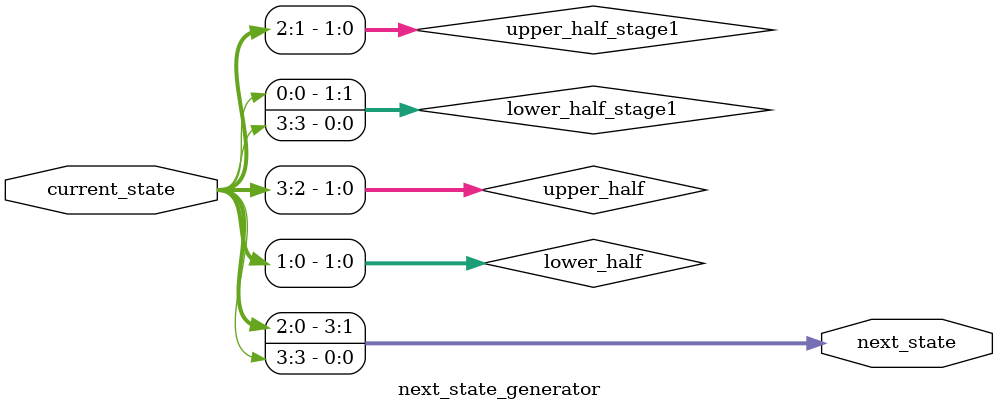
<source format=sv>
module counter_onehot #(
    parameter BITS = 4
)(
    input wire clk,
    input wire rst,
    output wire [BITS-1:0] state
);
    // 内部信号
    wire [BITS-1:0] next_state_stage1;
    reg [BITS-1:0] current_state;
    reg [BITS-1:0] next_state_stage2;
    reg [BITS-1:0] next_state_stage3;
    
    // 子模块实例化
    next_state_generator #(
        .BITS(BITS)
    ) next_state_gen (
        .current_state(current_state),
        .next_state(next_state_stage1)
    );
    
    // 增加流水线阶段
    always @(posedge clk) begin
        if (rst) begin
            next_state_stage2 <= {BITS{1'b0}};
            next_state_stage3 <= {BITS{1'b0}};
        end else begin
            next_state_stage2 <= next_state_stage1;
            next_state_stage3 <= next_state_stage2;
        end
    end
    
    // 流水线状态寄存器更新
    always @(posedge clk) begin
        if (rst) 
            current_state <= {{(BITS-1){1'b0}}, 1'b1}; // 复位值为 one-hot 编码的初始值
        else 
            current_state <= next_state_stage3;
    end
    
    // 输出赋值
    assign state = current_state;
    
endmodule

// 下一状态生成子模块 - 流水线优化
module next_state_generator #(
    parameter BITS = 4
)(
    input wire [BITS-1:0] current_state,
    output reg [BITS-1:0] next_state
);
    // 拆分计算为多个部分，增加流水线深度
    wire [BITS/2-1:0] lower_half;
    wire [BITS/2-1:0] upper_half;
    reg [BITS/2-1:0] lower_half_stage1;
    reg [BITS/2-1:0] upper_half_stage1;
    
    // 实现循环移位逻辑，分阶段计算
    assign lower_half = current_state[BITS/2-1:0];
    assign upper_half = current_state[BITS-1:BITS/2];
    
    always @(*) begin
        // 第一流水线阶段 - 分段处理移位操作
        lower_half_stage1 = {lower_half[BITS/2-2:0], upper_half[BITS/2-1]};
        upper_half_stage1 = {upper_half[BITS/2-2:0], lower_half[BITS/2-1]};
        
        // 组合最终结果
        next_state = {upper_half_stage1, lower_half_stage1};
    end
    
endmodule
</source>
